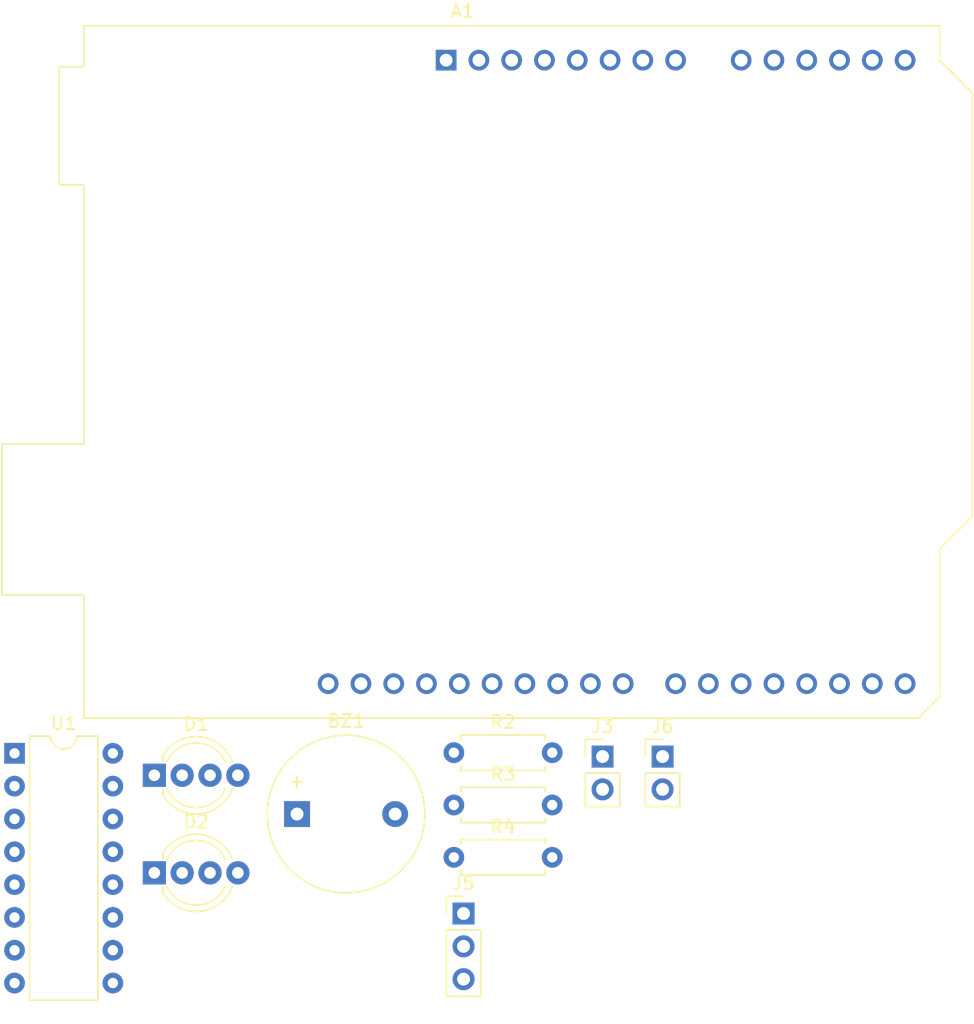
<source format=kicad_pcb>
(kicad_pcb (version 20240108) (generator "pcbnew") (generator_version "8.0")
  (layers (0 "F.Cu" signal) (31 "B.Cu" signal) (34 "B.Paste" user) (35 "F.Paste" user) (36 "B.SilkS" user "B.Silkscreen") (37 "F.SilkS" user "F.Silkscreen") (38 "B.Mask" user) (39 "F.Mask" user) (44 "Edge.Cuts" user))
  (net 0 "")
  (net 2 "GND")
  (net 9 "/pwm11")
  (net 11 "/D4")
  (net 12 "/D7")
  (net 15 "/D2")
  (net 17 "/PWM9")
  (net 19 "/PWM6")
  (net 27 "/5v")
  (net 28 "/PWM5")
  (net 29 "/pwm10")
  (net 31 "Net-(D1-BA)")
  (net 32 "Net-(D1-RA)")
  (net 33 "Net-(D1-GA)")
  (net 34 "Net-(J3-Pin_2)")
  (footprint "Resistor_THT:R_Axial_DIN0207_L6.3mm_D2.5mm_P7.62mm_Horizontal" (layer "F.Cu") (at 137.54 112.26)
    (property "Reference" "R3" (at 3.81 -2.37 0) (layer "F.SilkS"))
    (property "Value" "R")
    (fp_line (start 0.54 -1.37) (end 7.08 -1.37) (stroke (width 0.12)) (layer "F.SilkS"))
    (fp_line (start 0.54 -1.04) (end 0.54 -1.37) (stroke (width 0.12)) (layer "F.SilkS"))
    (fp_line (start 0.54 1.04) (end 0.54 1.37) (stroke (width 0.12)) (layer "F.SilkS"))
    (fp_line (start 0.54 1.37) (end 7.08 1.37) (stroke (width 0.12)) (layer "F.SilkS"))
    (fp_line (start 7.08 -1.37) (end 7.08 -1.04) (stroke (width 0.12)) (layer "F.SilkS"))
    (fp_line (start 7.08 1.37) (end 7.08 1.04) (stroke (width 0.12)) (layer "F.SilkS"))
    (pad "1" thru_hole circle (at 0 0) (size 1.6 1.6) (drill 0.8) (layers "*.Cu" "*.Mask") (net 33 "Net-(D1-GA)"))
    (pad "2" thru_hole oval (at 7.62 0) (size 1.6 1.6) (drill 0.8) (layers "*.Cu" "*.Mask") (net 17 "/PWM9"))
  )
  (footprint "Module:Arduino_UNO_R3" (layer "F.Cu") (at 136.94 54.61)
    (property "Reference" "A1" (at 1.27 -3.81 180) (layer "F.SilkS"))
    (property "Value" "Arduino_UNO_R3")
    (fp_line (start -34.42 29.72) (end -34.42 41.4) (stroke (width 0.12)) (layer "F.SilkS"))
    (fp_line (start -34.42 41.4) (end -28.07 41.4) (stroke (width 0.12)) (layer "F.SilkS"))
    (fp_line (start -29.97 0.51) (end -29.97 9.65) (stroke (width 0.12)) (layer "F.SilkS"))
    (fp_line (start -29.97 9.65) (end -28.07 9.65) (stroke (width 0.12)) (layer "F.SilkS"))
    (fp_line (start -28.07 -2.67) (end -28.07 0.51) (stroke (width 0.12)) (layer "F.SilkS"))
    (fp_line (start -28.07 0.51) (end -29.97 0.51) (stroke (width 0.12)) (layer "F.SilkS"))
    (fp_line (start -28.07 9.65) (end -28.07 29.72) (stroke (width 0.12)) (layer "F.SilkS"))
    (fp_line (start -28.07 29.72) (end -34.42 29.72) (stroke (width 0.12)) (layer "F.SilkS"))
    (fp_line (start -28.07 41.4) (end -28.07 50.93) (stroke (width 0.12)) (layer "F.SilkS"))
    (fp_line (start -28.07 50.93) (end 36.58 50.93) (stroke (width 0.12)) (layer "F.SilkS"))
    (fp_line (start 36.58 50.93) (end 38.23 49.28) (stroke (width 0.12)) (layer "F.SilkS"))
    (fp_line (start 38.23 -2.67) (end -28.07 -2.67) (stroke (width 0.12)) (layer "F.SilkS"))
    (fp_line (start 38.23 0) (end 38.23 -2.67) (stroke (width 0.12)) (layer "F.SilkS"))
    (fp_line (start 38.23 37.85) (end 40.77 35.31) (stroke (width 0.12)) (layer "F.SilkS"))
    (fp_line (start 38.23 49.28) (end 38.23 37.85) (stroke (width 0.12)) (layer "F.SilkS"))
    (fp_line (start 40.77 2.54) (end 38.23 0) (stroke (width 0.12)) (layer "F.SilkS"))
    (fp_line (start 40.77 35.31) (end 40.77 2.54) (stroke (width 0.12)) (layer "F.SilkS"))
    (pad "1" thru_hole rect (at 0 0 90) (size 1.6 1.6) (drill 1) (layers "*.Cu" "*.Mask"))
    (pad "2" thru_hole oval (at 2.54 0 90) (size 1.6 1.6) (drill 1) (layers "*.Cu" "*.Mask"))
    (pad "3" thru_hole oval (at 5.08 0 90) (size 1.6 1.6) (drill 1) (layers "*.Cu" "*.Mask"))
    (pad "4" thru_hole oval (at 7.62 0 90) (size 1.6 1.6) (drill 1) (layers "*.Cu" "*.Mask"))
    (pad "5" thru_hole oval (at 10.16 0 90) (size 1.6 1.6) (drill 1) (layers "*.Cu" "*.Mask") (net 27 "/5v"))
    (pad "6" thru_hole oval (at 12.7 0 90) (size 1.6 1.6) (drill 1) (layers "*.Cu" "*.Mask") (net 2 "GND"))
    (pad "7" thru_hole oval (at 15.24 0 90) (size 1.6 1.6) (drill 1) (layers "*.Cu" "*.Mask") (net 2 "GND"))
    (pad "8" thru_hole oval (at 17.78 0 90) (size 1.6 1.6) (drill 1) (layers "*.Cu" "*.Mask"))
    (pad "9" thru_hole oval (at 22.86 0 90) (size 1.6 1.6) (drill 1) (layers "*.Cu" "*.Mask"))
    (pad "10" thru_hole oval (at 25.4 0 90) (size 1.6 1.6) (drill 1) (layers "*.Cu" "*.Mask"))
    (pad "11" thru_hole oval (at 27.94 0 90) (size 1.6 1.6) (drill 1) (layers "*.Cu" "*.Mask"))
    (pad "12" thru_hole oval (at 30.48 0 90) (size 1.6 1.6) (drill 1) (layers "*.Cu" "*.Mask"))
    (pad "13" thru_hole oval (at 33.02 0 90) (size 1.6 1.6) (drill 1) (layers "*.Cu" "*.Mask"))
    (pad "14" thru_hole oval (at 35.56 0 90) (size 1.6 1.6) (drill 1) (layers "*.Cu" "*.Mask"))
    (pad "15" thru_hole oval (at 35.56 48.26 90) (size 1.6 1.6) (drill 1) (layers "*.Cu" "*.Mask"))
    (pad "16" thru_hole oval (at 33.02 48.26 90) (size 1.6 1.6) (drill 1) (layers "*.Cu" "*.Mask"))
    (pad "17" thru_hole oval (at 30.48 48.26 90) (size 1.6 1.6) (drill 1) (layers "*.Cu" "*.Mask") (net 15 "/D2"))
    (pad "18" thru_hole oval (at 27.94 48.26 90) (size 1.6 1.6) (drill 1) (layers "*.Cu" "*.Mask"))
    (pad "19" thru_hole oval (at 25.4 48.26 90) (size 1.6 1.6) (drill 1) (layers "*.Cu" "*.Mask") (net 11 "/D4"))
    (pad "20" thru_hole oval (at 22.86 48.26 90) (size 1.6 1.6) (drill 1) (layers "*.Cu" "*.Mask") (net 28 "/PWM5"))
    (pad "21" thru_hole oval (at 20.32 48.26 90) (size 1.6 1.6) (drill 1) (layers "*.Cu" "*.Mask") (net 19 "/PWM6"))
    (pad "22" thru_hole oval (at 17.78 48.26 90) (size 1.6 1.6) (drill 1) (layers "*.Cu" "*.Mask") (net 12 "/D7"))
    (pad "23" thru_hole oval (at 13.72 48.26 90) (size 1.6 1.6) (drill 1) (layers "*.Cu" "*.Mask"))
    (pad "24" thru_hole oval (at 11.18 48.26 90) (size 1.6 1.6) (drill 1) (layers "*.Cu" "*.Mask") (net 17 "/PWM9"))
    (pad "25" thru_hole oval (at 8.64 48.26 90) (size 1.6 1.6) (drill 1) (layers "*.Cu" "*.Mask") (net 29 "/pwm10"))
    (pad "26" thru_hole oval (at 6.1 48.26 90) (size 1.6 1.6) (drill 1) (layers "*.Cu" "*.Mask") (net 9 "/pwm11"))
    (pad "27" thru_hole oval (at 3.56 48.26 90) (size 1.6 1.6) (drill 1) (layers "*.Cu" "*.Mask"))
    (pad "28" thru_hole oval (at 1.02 48.26 90) (size 1.6 1.6) (drill 1) (layers "*.Cu" "*.Mask"))
    (pad "29" thru_hole oval (at -1.52 48.26 90) (size 1.6 1.6) (drill 1) (layers "*.Cu" "*.Mask") (net 2 "GND"))
    (pad "30" thru_hole oval (at -4.06 48.26 90) (size 1.6 1.6) (drill 1) (layers "*.Cu" "*.Mask"))
    (pad "31" thru_hole oval (at -6.6 48.26 90) (size 1.6 1.6) (drill 1) (layers "*.Cu" "*.Mask"))
    (pad "32" thru_hole oval (at -9.14 48.26 90) (size 1.6 1.6) (drill 1) (layers "*.Cu" "*.Mask"))
  )
  (footprint "Connector_PinHeader_2.54mm:PinHeader_1x03_P2.54mm_Vertical" (layer "F.Cu") (at 138.29 120.66)
    (property "Reference" "J5" (at 0 -2.33 0) (layer "F.SilkS"))
    (property "Value" "Conn_01x03")
    (fp_line (start -1.33 -1.33) (end 0 -1.33) (stroke (width 0.12)) (layer "F.SilkS"))
    (fp_line (start -1.33 0) (end -1.33 -1.33) (stroke (width 0.12)) (layer "F.SilkS"))
    (fp_line (start -1.33 1.27) (end -1.33 6.41) (stroke (width 0.12)) (layer "F.SilkS"))
    (fp_line (start -1.33 1.27) (end 1.33 1.27) (stroke (width 0.12)) (layer "F.SilkS"))
    (fp_line (start -1.33 6.41) (end 1.33 6.41) (stroke (width 0.12)) (layer "F.SilkS"))
    (fp_line (start 1.33 1.27) (end 1.33 6.41) (stroke (width 0.12)) (layer "F.SilkS"))
    (pad "1" thru_hole rect (at 0 0) (size 1.7 1.7) (drill 1) (layers "*.Cu" "*.Mask") (net 15 "/D2"))
    (pad "2" thru_hole oval (at 0 2.54) (size 1.7 1.7) (drill 1) (layers "*.Cu" "*.Mask") (net 27 "/5v"))
    (pad "3" thru_hole oval (at 0 5.08) (size 1.7 1.7) (drill 1) (layers "*.Cu" "*.Mask") (net 2 "GND"))
  )
  (footprint "Connector_PinHeader_2.54mm:PinHeader_1x02_P2.54mm_Vertical" (layer "F.Cu") (at 149.06 108.51)
    (property "Reference" "J3" (at 0 -2.33 0) (layer "F.SilkS"))
    (property "Value" "Conn_01x02")
    (fp_line (start -1.33 -1.33) (end 0 -1.33) (stroke (width 0.12)) (layer "F.SilkS"))
    (fp_line (start -1.33 0) (end -1.33 -1.33) (stroke (width 0.12)) (layer "F.SilkS"))
    (fp_line (start -1.33 1.27) (end -1.33 3.87) (stroke (width 0.12)) (layer "F.SilkS"))
    (fp_line (start -1.33 1.27) (end 1.33 1.27) (stroke (width 0.12)) (layer "F.SilkS"))
    (fp_line (start -1.33 3.87) (end 1.33 3.87) (stroke (width 0.12)) (layer "F.SilkS"))
    (fp_line (start 1.33 1.27) (end 1.33 3.87) (stroke (width 0.12)) (layer "F.SilkS"))
    (pad "1" thru_hole rect (at 0 0) (size 1.7 1.7) (drill 1) (layers "*.Cu" "*.Mask") (net 2 "GND"))
    (pad "2" thru_hole oval (at 0 2.54) (size 1.7 1.7) (drill 1) (layers "*.Cu" "*.Mask") (net 34 "Net-(J3-Pin_2)"))
  )
  (footprint "Resistor_THT:R_Axial_DIN0207_L6.3mm_D2.5mm_P7.62mm_Horizontal" (layer "F.Cu") (at 137.54 116.31)
    (property "Reference" "R4" (at 3.81 -2.37 0) (layer "F.SilkS"))
    (property "Value" "R")
    (fp_line (start 0.54 -1.37) (end 7.08 -1.37) (stroke (width 0.12)) (layer "F.SilkS"))
    (fp_line (start 0.54 -1.04) (end 0.54 -1.37) (stroke (width 0.12)) (layer "F.SilkS"))
    (fp_line (start 0.54 1.04) (end 0.54 1.37) (stroke (width 0.12)) (layer "F.SilkS"))
    (fp_line (start 0.54 1.37) (end 7.08 1.37) (stroke (width 0.12)) (layer "F.SilkS"))
    (fp_line (start 7.08 -1.37) (end 7.08 -1.04) (stroke (width 0.12)) (layer "F.SilkS"))
    (fp_line (start 7.08 1.37) (end 7.08 1.04) (stroke (width 0.12)) (layer "F.SilkS"))
    (pad "1" thru_hole circle (at 0 0) (size 1.6 1.6) (drill 0.8) (layers "*.Cu" "*.Mask") (net 31 "Net-(D1-BA)"))
    (pad "2" thru_hole oval (at 7.62 0) (size 1.6 1.6) (drill 0.8) (layers "*.Cu" "*.Mask") (net 19 "/PWM6"))
  )
  (footprint "Buzzer_Beeper:Buzzer_12x9.5RM7.6" (layer "F.Cu") (at 125.39 112.96)
    (property "Reference" "BZ1" (at 3.8 -7.2 0) (layer "F.SilkS"))
    (property "Value" "Buzzer")
    (fp_circle (center 3.8 0) (end 9.9 0) (stroke (width 0.12)) (fill none) (layer "F.SilkS"))
    (fp_text user "+" (at -0.01 -2.54 0) (layer "F.SilkS"))
    (pad "1" thru_hole rect (at 0 0) (size 2 2) (drill 1) (layers "*.Cu" "*.Mask") (net 9 "/pwm11"))
    (pad "2" thru_hole circle (at 7.6 0) (size 2 2) (drill 1) (layers "*.Cu" "*.Mask") (net 2 "GND"))
  )
  (footprint "Resistor_THT:R_Axial_DIN0207_L6.3mm_D2.5mm_P7.62mm_Horizontal" (layer "F.Cu") (at 137.54 108.21)
    (property "Reference" "R2" (at 3.81 -2.37 0) (layer "F.SilkS"))
    (property "Value" "R")
    (fp_line (start 0.54 -1.37) (end 7.08 -1.37) (stroke (width 0.12)) (layer "F.SilkS"))
    (fp_line (start 0.54 -1.04) (end 0.54 -1.37) (stroke (width 0.12)) (layer "F.SilkS"))
    (fp_line (start 0.54 1.04) (end 0.54 1.37) (stroke (width 0.12)) (layer "F.SilkS"))
    (fp_line (start 0.54 1.37) (end 7.08 1.37) (stroke (width 0.12)) (layer "F.SilkS"))
    (fp_line (start 7.08 -1.37) (end 7.08 -1.04) (stroke (width 0.12)) (layer "F.SilkS"))
    (fp_line (start 7.08 1.37) (end 7.08 1.04) (stroke (width 0.12)) (layer "F.SilkS"))
    (pad "1" thru_hole circle (at 0 0) (size 1.6 1.6) (drill 0.8) (layers "*.Cu" "*.Mask") (net 32 "Net-(D1-RA)"))
    (pad "2" thru_hole oval (at 7.62 0) (size 1.6 1.6) (drill 0.8) (layers "*.Cu" "*.Mask") (net 29 "/pwm10"))
  )
  (footprint "Connector_PinHeader_2.54mm:PinHeader_1x02_P2.54mm_Vertical" (layer "F.Cu") (at 153.71 108.51)
    (property "Reference" "J6" (at 0 -2.33 0) (layer "F.SilkS"))
    (property "Value" "Conn_01x02")
    (fp_line (start -1.33 -1.33) (end 0 -1.33) (stroke (width 0.12)) (layer "F.SilkS"))
    (fp_line (start -1.33 0) (end -1.33 -1.33) (stroke (width 0.12)) (layer "F.SilkS"))
    (fp_line (start -1.33 1.27) (end -1.33 3.87) (stroke (width 0.12)) (layer "F.SilkS"))
    (fp_line (start -1.33 1.27) (end 1.33 1.27) (stroke (width 0.12)) (layer "F.SilkS"))
    (fp_line (start -1.33 3.87) (end 1.33 3.87) (stroke (width 0.12)) (layer "F.SilkS"))
    (fp_line (start 1.33 1.27) (end 1.33 3.87) (stroke (width 0.12)) (layer "F.SilkS"))
    (pad "1" thru_hole rect (at 0 0) (size 1.7 1.7) (drill 1) (layers "*.Cu" "*.Mask") (net 12 "/D7"))
    (pad "2" thru_hole oval (at 0 2.54) (size 1.7 1.7) (drill 1) (layers "*.Cu" "*.Mask") (net 2 "GND"))
  )
  (footprint "Package_DIP:DIP-16_W7.62mm" (layer "F.Cu") (at 103.5 108.26)
    (property "Reference" "U1" (at 3.81 -2.33 0) (layer "F.SilkS"))
    (property "Value" "L293")
    (fp_line (start 1.16 -1.33) (end 1.16 19.11) (stroke (width 0.12)) (layer "F.SilkS"))
    (fp_line (start 1.16 19.11) (end 6.46 19.11) (stroke (width 0.12)) (layer "F.SilkS"))
    (fp_line (start 2.81 -1.33) (end 1.16 -1.33) (stroke (width 0.12)) (layer "F.SilkS"))
    (fp_line (start 6.46 -1.33) (end 4.81 -1.33) (stroke (width 0.12)) (layer "F.SilkS"))
    (fp_line (start 6.46 19.11) (end 6.46 -1.33) (stroke (width 0.12)) (layer "F.SilkS"))
    (fp_arc (start 4.81 -1.33) (mid 3.81 -0.33) (end 2.81 -1.33) (stroke (width 0.12)) (layer "F.SilkS"))
    (pad "1" thru_hole rect (at 0 0) (size 1.6 1.6) (drill 0.8) (layers "*.Cu" "*.Mask") (net 11 "/D4"))
    (pad "2" thru_hole oval (at 0 2.54) (size 1.6 1.6) (drill 0.8) (layers "*.Cu" "*.Mask") (net 28 "/PWM5"))
    (pad "3" thru_hole oval (at 0 5.08) (size 1.6 1.6) (drill 0.8) (layers "*.Cu" "*.Mask") (net 34 "Net-(J3-Pin_2)"))
    (pad "4" thru_hole oval (at 0 7.62) (size 1.6 1.6) (drill 0.8) (layers "*.Cu" "*.Mask") (net 2 "GND"))
    (pad "5" thru_hole oval (at 0 10.16) (size 1.6 1.6) (drill 0.8) (layers "*.Cu" "*.Mask") (net 2 "GND"))
    (pad "6" thru_hole oval (at 0 12.7) (size 1.6 1.6) (drill 0.8) (layers "*.Cu" "*.Mask"))
    (pad "7" thru_hole oval (at 0 15.24) (size 1.6 1.6) (drill 0.8) (layers "*.Cu" "*.Mask"))
    (pad "8" thru_hole oval (at 0 17.78) (size 1.6 1.6) (drill 0.8) (layers "*.Cu" "*.Mask") (net 27 "/5v"))
    (pad "9" thru_hole oval (at 7.62 17.78) (size 1.6 1.6) (drill 0.8) (layers "*.Cu" "*.Mask"))
    (pad "10" thru_hole oval (at 7.62 15.24) (size 1.6 1.6) (drill 0.8) (layers "*.Cu" "*.Mask"))
    (pad "11" thru_hole oval (at 7.62 12.7) (size 1.6 1.6) (drill 0.8) (layers "*.Cu" "*.Mask"))
    (pad "12" thru_hole oval (at 7.62 10.16) (size 1.6 1.6) (drill 0.8) (layers "*.Cu" "*.Mask") (net 2 "GND"))
    (pad "13" thru_hole oval (at 7.62 7.62) (size 1.6 1.6) (drill 0.8) (layers "*.Cu" "*.Mask") (net 2 "GND"))
    (pad "14" thru_hole oval (at 7.62 5.08) (size 1.6 1.6) (drill 0.8) (layers "*.Cu" "*.Mask"))
    (pad "15" thru_hole oval (at 7.62 2.54) (size 1.6 1.6) (drill 0.8) (layers "*.Cu" "*.Mask"))
    (pad "16" thru_hole oval (at 7.62 0) (size 1.6 1.6) (drill 0.8) (layers "*.Cu" "*.Mask") (net 27 "/5v"))
  )
  (footprint "LED_THT:LED_D5.0mm-4_RGB_Wide_Pins" (layer "F.Cu") (at 114.33 109.96)
    (property "Reference" "D1" (at 3.2385 -3.96 0) (layer "F.SilkS"))
    (property "Value" "LED_BKGR")
    (fp_line (start 0.6785 -1.545) (end 0.6785 -1.08) (stroke (width 0.12)) (layer "F.SilkS"))
    (fp_line (start 0.6785 1.08) (end 0.6785 1.545) (stroke (width 0.12)) (layer "F.SilkS"))
    (fp_arc (start 0.6785 -1.54483) (mid 3.496956 -2.978809) (end 6.026315 -1.080827) (stroke (width 0.12)) (layer "F.SilkS"))
    (fp_arc (start 0.983816 -1.08) (mid 3.238262 -2.5) (end 5.492979 -1.080429) (stroke (width 0.12)) (layer "F.SilkS"))
    (fp_arc (start 5.492979 1.080429) (mid 3.238262 2.5) (end 0.983816 1.08) (stroke (width 0.12)) (layer "F.SilkS"))
    (fp_arc (start 6.026315 1.080827) (mid 3.496956 2.978808) (end 0.6785 1.54483) (stroke (width 0.12)) (layer "F.SilkS"))
    (pad "1" thru_hole rect (at 0 0) (size 1.8 1.8) (drill 0.9) (layers "*.Cu" "*.Mask") (net 31 "Net-(D1-BA)"))
    (pad "2" thru_hole circle (at 2.159 0) (size 1.8 1.8) (drill 0.9) (layers "*.Cu" "*.Mask") (net 2 "GND"))
    (pad "3" thru_hole circle (at 4.318 0) (size 1.8 1.8) (drill 0.9) (layers "*.Cu" "*.Mask") (net 33 "Net-(D1-GA)"))
    (pad "4" thru_hole circle (at 6.477 0) (size 1.8 1.8) (drill 0.9) (layers "*.Cu" "*.Mask") (net 32 "Net-(D1-RA)"))
  )
  (footprint "LED_THT:LED_D5.0mm-4_RGB_Wide_Pins" (layer "F.Cu") (at 114.33 117.51)
    (property "Reference" "D2" (at 3.2385 -3.96 0) (layer "F.SilkS"))
    (property "Value" "LED_BKGR")
    (fp_line (start 0.6785 -1.545) (end 0.6785 -1.08) (stroke (width 0.12)) (layer "F.SilkS"))
    (fp_line (start 0.6785 1.08) (end 0.6785 1.545) (stroke (width 0.12)) (layer "F.SilkS"))
    (fp_arc (start 0.6785 -1.54483) (mid 3.496956 -2.978809) (end 6.026315 -1.080827) (stroke (width 0.12)) (layer "F.SilkS"))
    (fp_arc (start 0.983816 -1.08) (mid 3.238262 -2.5) (end 5.492979 -1.080429) (stroke (width 0.12)) (layer "F.SilkS"))
    (fp_arc (start 5.492979 1.080429) (mid 3.238262 2.5) (end 0.983816 1.08) (stroke (width 0.12)) (layer "F.SilkS"))
    (fp_arc (start 6.026315 1.080827) (mid 3.496956 2.978808) (end 0.6785 1.54483) (stroke (width 0.12)) (layer "F.SilkS"))
    (pad "1" thru_hole rect (at 0 0) (size 1.8 1.8) (drill 0.9) (layers "*.Cu" "*.Mask") (net 31 "Net-(D1-BA)"))
    (pad "2" thru_hole circle (at 2.159 0) (size 1.8 1.8) (drill 0.9) (layers "*.Cu" "*.Mask") (net 2 "GND"))
    (pad "3" thru_hole circle (at 4.318 0) (size 1.8 1.8) (drill 0.9) (layers "*.Cu" "*.Mask") (net 33 "Net-(D1-GA)"))
    (pad "4" thru_hole circle (at 6.477 0) (size 1.8 1.8) (drill 0.9) (layers "*.Cu" "*.Mask") (net 32 "Net-(D1-RA)"))
  )
)
</source>
